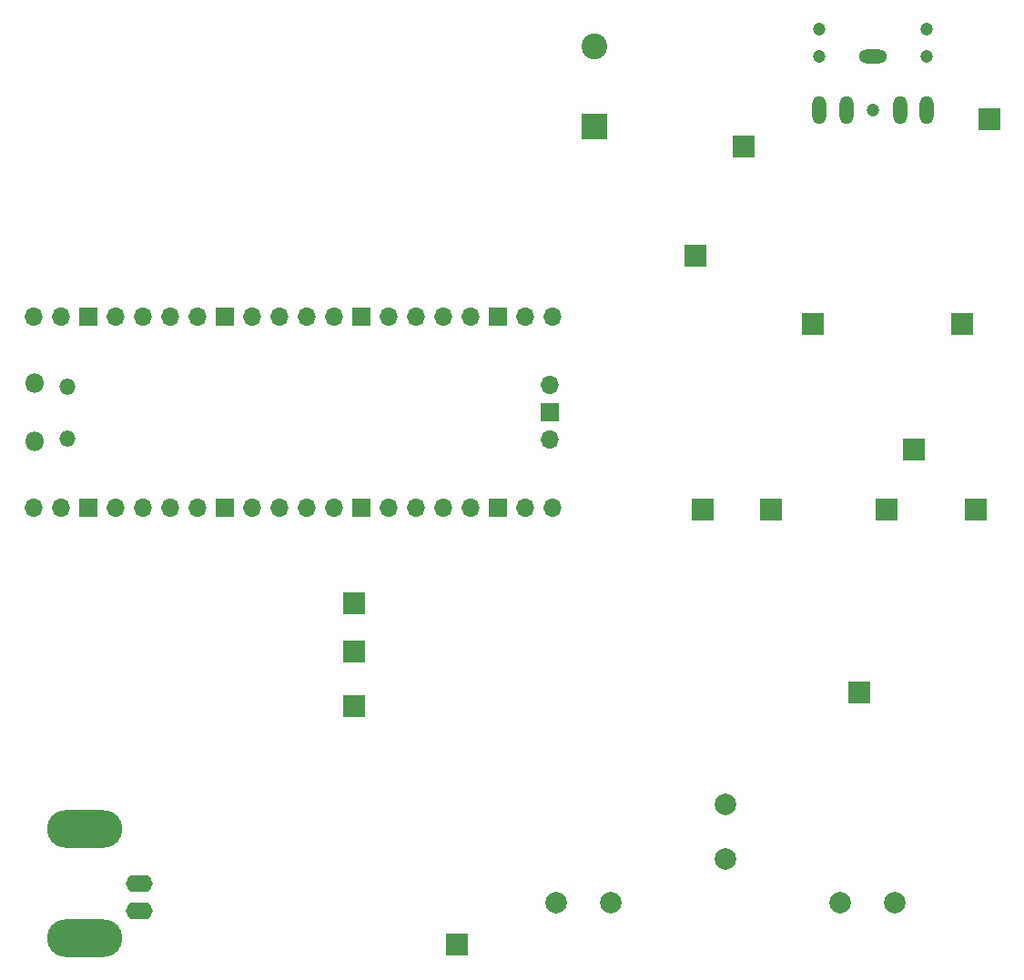
<source format=gbr>
%TF.GenerationSoftware,KiCad,Pcbnew,(6.0.4-0)*%
%TF.CreationDate,2022-04-29T09:39:16-07:00*%
%TF.ProjectId,Receiver Schematic,52656365-6976-4657-9220-536368656d61,rev?*%
%TF.SameCoordinates,Original*%
%TF.FileFunction,Soldermask,Bot*%
%TF.FilePolarity,Negative*%
%FSLAX46Y46*%
G04 Gerber Fmt 4.6, Leading zero omitted, Abs format (unit mm)*
G04 Created by KiCad (PCBNEW (6.0.4-0)) date 2022-04-29 09:39:16*
%MOMM*%
%LPD*%
G01*
G04 APERTURE LIST*
%ADD10R,2.000000X2.000000*%
%ADD11C,1.200000*%
%ADD12O,2.616000X1.308000*%
%ADD13O,1.308000X2.616000*%
%ADD14O,2.500000X1.600000*%
%ADD15O,7.000000X3.500000*%
%ADD16C,2.000000*%
%ADD17R,2.400000X2.400000*%
%ADD18C,2.400000*%
%ADD19O,1.800000X1.800000*%
%ADD20O,1.500000X1.500000*%
%ADD21O,1.700000X1.700000*%
%ADD22R,1.700000X1.700000*%
G04 APERTURE END LIST*
D10*
%TO.C,TP11*%
X126492000Y-76200000D03*
%TD*%
D11*
%TO.C,J1*%
X137080000Y-51308000D03*
X127080000Y-51308000D03*
X132080000Y-56308000D03*
X127080000Y-48808000D03*
X137080000Y-48808000D03*
D12*
X132080000Y-51308000D03*
D13*
X127080000Y-56308000D03*
X137080000Y-56308000D03*
X129580000Y-56308000D03*
X134580000Y-56308000D03*
%TD*%
D14*
%TO.C,AntennaConnector1*%
X63810000Y-128270000D03*
D15*
X58730000Y-133350000D03*
X58730000Y-123190000D03*
D14*
X63810000Y-130810000D03*
%TD*%
D16*
%TO.C,L3*%
X129032000Y-130048000D03*
X134112000Y-130048000D03*
%TD*%
D10*
%TO.C,TP15*%
X120015000Y-59690000D03*
%TD*%
D17*
%TO.C,C10*%
X106172000Y-57868755D03*
D18*
X106172000Y-50368755D03*
%TD*%
D10*
%TO.C,TP9*%
X122555000Y-93532500D03*
%TD*%
%TO.C,TP7*%
X141605000Y-93532500D03*
%TD*%
%TO.C,TP2*%
X83820000Y-111760000D03*
%TD*%
%TO.C,TP4*%
X83820000Y-102235000D03*
%TD*%
%TO.C,TP5*%
X83820000Y-106680000D03*
%TD*%
%TO.C,TP3*%
X130810000Y-110490000D03*
%TD*%
D16*
%TO.C,L1*%
X102616000Y-130048000D03*
X107696000Y-130048000D03*
%TD*%
D10*
%TO.C,TP12*%
X135890000Y-87884000D03*
%TD*%
%TO.C,TP14*%
X142875000Y-57150000D03*
%TD*%
%TO.C,TP8*%
X116205000Y-93532500D03*
%TD*%
%TO.C,TP6*%
X133350000Y-93532500D03*
%TD*%
%TO.C,TP1*%
X93345000Y-133985000D03*
%TD*%
%TO.C,TP10*%
X115570000Y-69850000D03*
%TD*%
D16*
%TO.C,L2*%
X118364000Y-125984000D03*
X118364000Y-120904000D03*
%TD*%
D10*
%TO.C,TP13*%
X140335000Y-76200000D03*
%TD*%
D19*
%TO.C,U1*%
X54105000Y-81730000D03*
D20*
X57135000Y-86880000D03*
D19*
X54105000Y-87180000D03*
D20*
X57135000Y-82030000D03*
D21*
X53975000Y-93345000D03*
X56515000Y-93345000D03*
D22*
X59055000Y-93345000D03*
D21*
X61595000Y-93345000D03*
X64135000Y-93345000D03*
X66675000Y-93345000D03*
X69215000Y-93345000D03*
D22*
X71755000Y-93345000D03*
D21*
X74295000Y-93345000D03*
X76835000Y-93345000D03*
X79375000Y-93345000D03*
X81915000Y-93345000D03*
D22*
X84455000Y-93345000D03*
D21*
X86995000Y-93345000D03*
X89535000Y-93345000D03*
X92075000Y-93345000D03*
X94615000Y-93345000D03*
D22*
X97155000Y-93345000D03*
D21*
X99695000Y-93345000D03*
X102235000Y-93345000D03*
X102235000Y-75565000D03*
X99695000Y-75565000D03*
D22*
X97155000Y-75565000D03*
D21*
X94615000Y-75565000D03*
X92075000Y-75565000D03*
X89535000Y-75565000D03*
X86995000Y-75565000D03*
D22*
X84455000Y-75565000D03*
D21*
X81915000Y-75565000D03*
X79375000Y-75565000D03*
X76835000Y-75565000D03*
X74295000Y-75565000D03*
D22*
X71755000Y-75565000D03*
D21*
X69215000Y-75565000D03*
X66675000Y-75565000D03*
X64135000Y-75565000D03*
X61595000Y-75565000D03*
D22*
X59055000Y-75565000D03*
D21*
X56515000Y-75565000D03*
X53975000Y-75565000D03*
X102005000Y-86995000D03*
D22*
X102005000Y-84455000D03*
D21*
X102005000Y-81915000D03*
%TD*%
M02*

</source>
